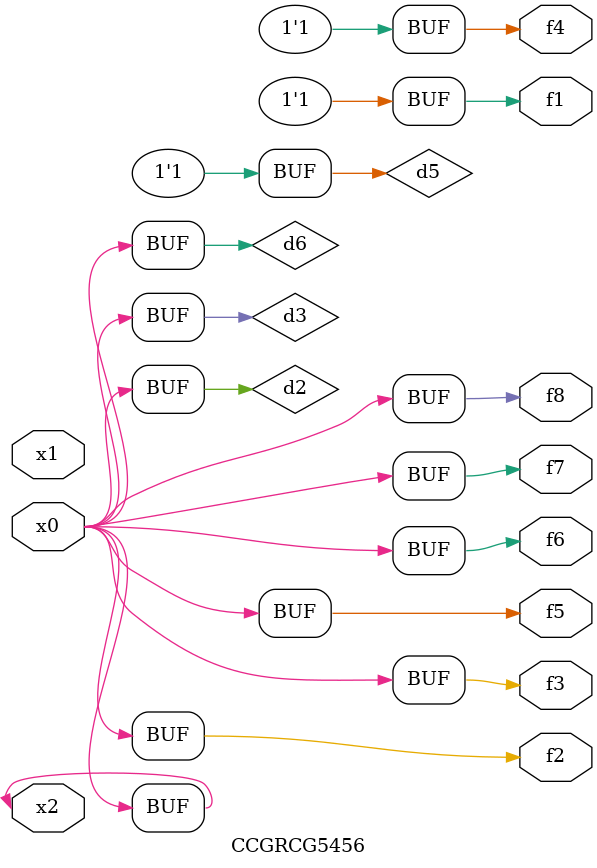
<source format=v>
module CCGRCG5456(
	input x0, x1, x2,
	output f1, f2, f3, f4, f5, f6, f7, f8
);

	wire d1, d2, d3, d4, d5, d6;

	xnor (d1, x2);
	buf (d2, x0, x2);
	and (d3, x0);
	xnor (d4, x1, x2);
	nand (d5, d1, d3);
	buf (d6, d2, d3);
	assign f1 = d5;
	assign f2 = d6;
	assign f3 = d6;
	assign f4 = d5;
	assign f5 = d6;
	assign f6 = d6;
	assign f7 = d6;
	assign f8 = d6;
endmodule

</source>
